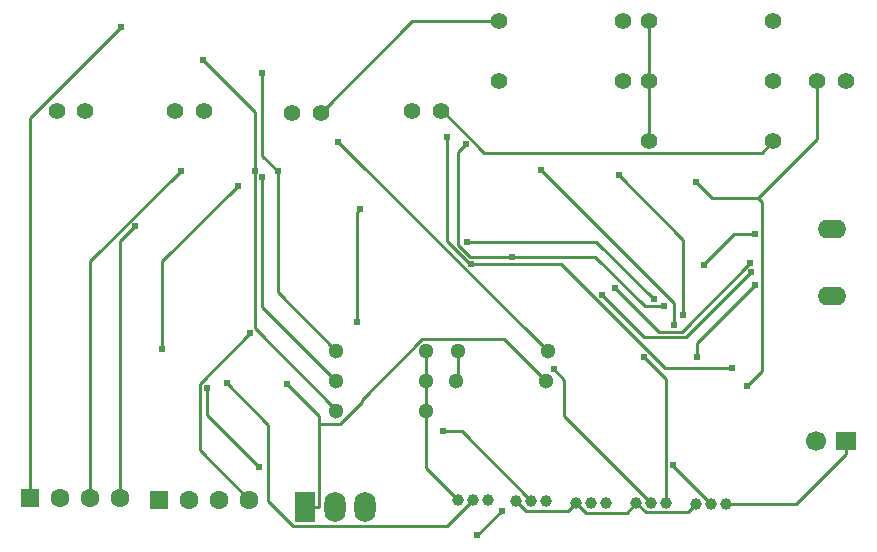
<source format=gbl>
G04 Layer: BottomLayer*
G04 EasyEDA v6.5.40, 2024-02-29 21:32:03*
G04 cd2e8cfeff5242bcb39c02c4be924e2f,f2d9dfb49ed74d9cbdeda56209f77222,10*
G04 Gerber Generator version 0.2*
G04 Scale: 100 percent, Rotated: No, Reflected: No *
G04 Dimensions in millimeters *
G04 leading zeros omitted , absolute positions ,4 integer and 5 decimal *
%FSLAX45Y45*%
%MOMM*%

%ADD10C,0.2540*%
%ADD11O,2.3999952X1.5999968*%
%ADD12R,1.7000X1.5748*%
%ADD13C,1.7000*%
%ADD14C,1.0000*%
%ADD15C,1.4000*%
%ADD16O,1.7999964X2.5999948*%
%ADD17R,1.8000X2.6000*%
%ADD18C,1.3000*%
%ADD19R,1.6000X1.6000*%
%ADD20C,1.6000*%
%ADD21C,1.4000*%
%ADD22C,0.6100*%

%LPD*%
D10*
X6971461Y4875583D02*
G01*
X6482079Y4386201D01*
X6482079Y4266618D01*
X6540550Y5052646D02*
G01*
X6797649Y5309745D01*
X6970344Y5309745D01*
X6934682Y5067302D02*
G01*
X6351676Y4484296D01*
X6157620Y4484296D01*
X5789726Y4852189D01*
X2334869Y4010459D02*
G01*
X2334869Y3782316D01*
X2775915Y3341270D01*
X5080000Y3048002D02*
G01*
X4488789Y3639212D01*
X4331309Y3639212D01*
X7128992Y6096002D02*
G01*
X7029983Y5996993D01*
X4681981Y5996993D01*
X4328972Y6350002D01*
X4311141Y6350002D01*
X4809007Y7112002D02*
G01*
X4069841Y7112002D01*
X3295141Y6337302D01*
X1600200Y3073402D02*
G01*
X1600200Y5247464D01*
X1728393Y5375658D01*
X1346200Y3073402D02*
G01*
X1346200Y5078453D01*
X2112136Y5844390D01*
X5218709Y4318002D02*
G01*
X3444798Y6091913D01*
X3429990Y3810002D02*
G01*
X3429990Y3822270D01*
X2739440Y4512820D01*
X2739440Y5845202D01*
X2739440Y5845202D02*
G01*
X2739440Y6344846D01*
X2296998Y6787288D01*
X3429990Y4064002D02*
G01*
X2798521Y4695471D01*
X2798521Y5791507D01*
X2931261Y5844872D02*
G01*
X2801416Y5974717D01*
X2801416Y6676900D01*
X3429990Y4318002D02*
G01*
X2931261Y4816731D01*
X2931261Y5844872D01*
X2692400Y3060702D02*
G01*
X2271318Y3481783D01*
X2271318Y4043555D01*
X2696590Y4468827D01*
X3162300Y2997685D02*
G01*
X3280206Y2997685D01*
X5206009Y4064002D02*
G01*
X4851247Y4418764D01*
X4155871Y4418764D01*
X3645230Y3908122D01*
X3645230Y3889377D01*
X3461486Y3705633D01*
X3280206Y3705633D01*
X3280206Y2997685D02*
G01*
X3280206Y3705633D01*
X3280206Y3705633D02*
G01*
X3280206Y3770581D01*
X3008884Y4041904D01*
X6604000Y3022602D02*
G01*
X6283070Y3343531D01*
X6283070Y3358085D01*
X4584700Y3060702D02*
G01*
X4362653Y2838655D01*
X3061639Y2838655D01*
X2851911Y3048383D01*
X2851911Y3696997D01*
X2502408Y4046501D01*
X6096000Y3035302D02*
G01*
X5358891Y3772410D01*
X5358891Y4077464D01*
X5271236Y4165119D01*
X5681979Y4791102D02*
G01*
X6037529Y4435553D01*
X6385763Y4435553D01*
X6937451Y4987241D01*
X6996252Y5613478D02*
G01*
X7499858Y6117084D01*
X7499858Y6604002D01*
X6996252Y5613478D02*
G01*
X6609054Y5613478D01*
X6472529Y5750003D01*
X6907453Y4025902D02*
G01*
X7030034Y4148482D01*
X7030034Y5579696D01*
X6996252Y5613478D01*
X1956917Y4335249D02*
G01*
X1956917Y5081170D01*
X2596159Y5720412D01*
X4523003Y6073117D02*
G01*
X4459071Y6009185D01*
X4459071Y5217848D01*
X4558004Y5118915D01*
X4912029Y5118915D01*
X4912029Y5118915D02*
G01*
X5622112Y5118915D01*
X6042659Y4698367D01*
X6206718Y4698367D01*
X5162524Y5848606D02*
G01*
X6285585Y4725545D01*
X6285585Y4542894D01*
X4367326Y6134305D02*
G01*
X4367326Y5251935D01*
X4563567Y5055694D01*
X4568088Y5055694D01*
X6779640Y4175254D02*
G01*
X6210985Y4175254D01*
X5330545Y5055694D01*
X4568088Y5055694D01*
X6367983Y4622599D02*
G01*
X6367983Y5263771D01*
X5818581Y5813173D01*
X4531207Y5246194D02*
G01*
X5629351Y5246194D01*
X6118606Y4756939D01*
X7747000Y3556002D02*
G01*
X7747000Y3449347D01*
X838200Y3073402D02*
G01*
X838200Y6293233D01*
X1604645Y7059678D01*
X4621885Y2760347D02*
G01*
X4830216Y2968678D01*
X6731000Y3022602D02*
G01*
X7320254Y3022602D01*
X7747000Y3449347D01*
X6223000Y3035302D02*
G01*
X6223000Y4080385D01*
X6033744Y4269640D01*
X6079007Y6096002D02*
G01*
X6079007Y6604002D01*
X6079007Y6604002D02*
G01*
X6079007Y7112002D01*
X4445990Y4064002D02*
G01*
X4458690Y4076702D01*
X4458690Y4318002D01*
X4190009Y3810002D02*
G01*
X4190009Y4064002D01*
X4190009Y4064002D02*
G01*
X4190009Y4318002D01*
X6477000Y3022602D02*
G01*
X6408064Y2953666D01*
X6050635Y2953666D01*
X5969000Y3035302D01*
X5461000Y3035302D02*
G01*
X5393232Y2967535D01*
X5033467Y2967535D01*
X4953000Y3048002D01*
X5969000Y3035302D02*
G01*
X5885967Y2952269D01*
X5544032Y2952269D01*
X5461000Y3035302D01*
X4457700Y3060702D02*
G01*
X4190009Y3328393D01*
X4190009Y3810002D01*
X3626662Y5520590D02*
G01*
X3602456Y5496384D01*
X3602456Y4568573D01*
D11*
G01*
X7625918Y4784801D03*
G01*
X7625918Y5349798D03*
D12*
G01*
X7747000Y3556000D03*
D13*
G01*
X7493000Y3556000D03*
D14*
G01*
X4457700Y3060700D03*
G01*
X4584700Y3060700D03*
G01*
X4711700Y3060700D03*
G01*
X4953000Y3048000D03*
G01*
X5080000Y3048000D03*
G01*
X5207000Y3048000D03*
G01*
X5461000Y3035300D03*
G01*
X5588000Y3035300D03*
G01*
X5715000Y3035300D03*
G01*
X5969000Y3035300D03*
G01*
X6096000Y3035300D03*
G01*
X6223000Y3035300D03*
G01*
X6477000Y3022600D03*
G01*
X6604000Y3022600D03*
G01*
X6731000Y3022600D03*
D15*
G01*
X2064258Y6350000D03*
G01*
X2304541Y6350000D03*
G01*
X4070858Y6350000D03*
G01*
X4311141Y6350000D03*
G01*
X1060957Y6350000D03*
G01*
X1301242Y6350000D03*
G01*
X3054858Y6337300D03*
G01*
X3295141Y6337300D03*
G01*
X7499858Y6604000D03*
G01*
X7740141Y6604000D03*
D16*
G01*
X3416300Y2997682D03*
G01*
X3670325Y2996692D03*
D17*
G01*
X3162300Y2997707D03*
D18*
G01*
X4190009Y4318000D03*
G01*
X3429990Y4318000D03*
G01*
X4190009Y4064000D03*
G01*
X3429990Y4064000D03*
G01*
X4190009Y3810000D03*
G01*
X3429990Y3810000D03*
G01*
X4458690Y4318000D03*
G01*
X5218709Y4318000D03*
G01*
X4445990Y4064000D03*
G01*
X5206009Y4064000D03*
D19*
G01*
X1930400Y3060700D03*
D20*
G01*
X2184400Y3060700D03*
G01*
X2438400Y3060700D03*
G01*
X2692400Y3060700D03*
D21*
G01*
X4809007Y7112000D03*
G01*
X5858992Y7112000D03*
G01*
X5858992Y6604000D03*
G01*
X4809007Y6604000D03*
G01*
X6079007Y7112000D03*
G01*
X7128992Y7112000D03*
G01*
X6079007Y6604000D03*
G01*
X7128992Y6604000D03*
G01*
X6079007Y6096000D03*
G01*
X7128992Y6096000D03*
D19*
G01*
X838200Y3073400D03*
D20*
G01*
X1092200Y3073400D03*
G01*
X1346200Y3073400D03*
G01*
X1600200Y3073400D03*
D22*
G01*
X3626662Y5520588D03*
G01*
X3602456Y4568570D03*
G01*
X6033744Y4269638D03*
G01*
X4830216Y2968675D03*
G01*
X4621885Y2760345D03*
G01*
X1604645Y7059676D03*
G01*
X4531207Y5246192D03*
G01*
X6118606Y4756937D03*
G01*
X5818581Y5813170D03*
G01*
X6367983Y4622596D03*
G01*
X6779640Y4175252D03*
G01*
X4568088Y5055692D03*
G01*
X4367326Y6134303D03*
G01*
X5162524Y5848604D03*
G01*
X6285585Y4542891D03*
G01*
X6206718Y4698364D03*
G01*
X4523003Y6073114D03*
G01*
X4912029Y5118912D03*
G01*
X2596159Y5720410D03*
G01*
X1956917Y4335246D03*
G01*
X6472529Y5750001D03*
G01*
X6907453Y4025900D03*
G01*
X5681979Y4791100D03*
G01*
X6937451Y4987239D03*
G01*
X5271236Y4165117D03*
G01*
X2502408Y4046499D03*
G01*
X6283070Y3358083D03*
G01*
X3008884Y4041902D03*
G01*
X2696590Y4468825D03*
G01*
X2931261Y5844870D03*
G01*
X2801416Y6676897D03*
G01*
X2798521Y5791504D03*
G01*
X2296998Y6787286D03*
G01*
X2739440Y5845200D03*
G01*
X3444798Y6091910D03*
G01*
X2112136Y5844387D03*
G01*
X1728393Y5375655D03*
G01*
X4331309Y3639210D03*
G01*
X2775915Y3341268D03*
G01*
X2334869Y4010456D03*
G01*
X5789726Y4852187D03*
G01*
X6934682Y5067300D03*
G01*
X6540550Y5052644D03*
G01*
X6970344Y5309743D03*
G01*
X6482079Y4266615D03*
G01*
X6971461Y4875580D03*
M02*

</source>
